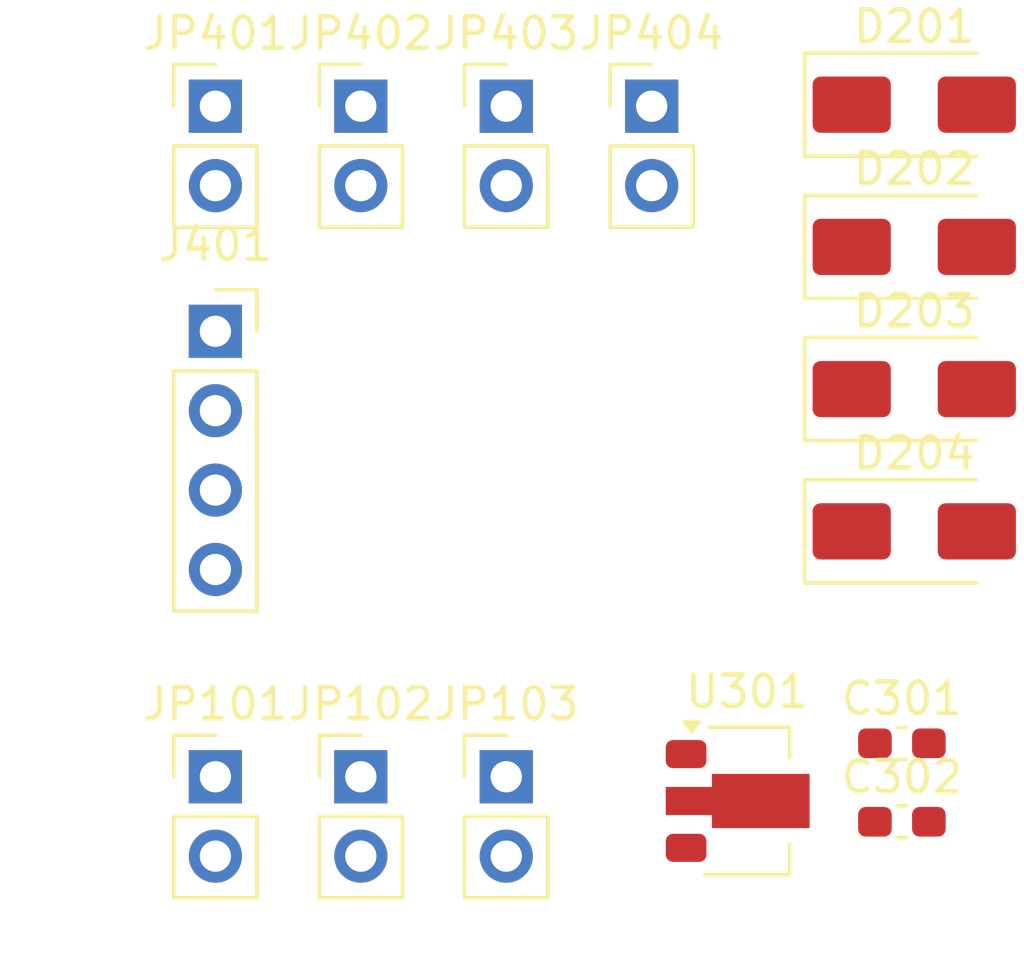
<source format=kicad_pcb>
(kicad_pcb (version 20240108) (generator "pcbnew") (generator_version "8.0")
  (layers (0 "F.Cu" signal) (31 "B.Cu" signal) (34 "B.Paste" user) (35 "F.Paste" user) (36 "B.SilkS" user "B.Silkscreen") (37 "F.SilkS" user "F.Silkscreen") (38 "B.Mask" user) (39 "F.Mask" user) (44 "Edge.Cuts" user))
  (net 0 "")
  (net 1 "+U")
  (net 2 "GND")
  (net 3 "+3V3")
  (net 4 "/rails_power_ac-dc-bridge-medium-test/J_GND")
  (net 5 "/rails_power_ac-dc-bridge-medium-test/J_AC0")
  (net 6 "/rails_power_ac-dc-bridge-medium-test/J_U+")
  (net 7 "/rails_power_ac-dc-bridge-medium-test/J_AC1")
  (net 8 "/rails_power_dc-dc-ldo-3v3_100mA-test/AC1")
  (net 9 "/AC0")
  (net 10 "/AC1")
  (footprint "Connector_PinHeader_2.54mm:PinHeader_1x02_P2.54mm_Vertical" (layer "F.Cu") (at 85.2645 75.522)
    (property "Reference" "JP101" (at 0 -2.33 0) (layer "F.SilkS"))
    (property "Value" "Jumper_2_Bridged")
    (fp_line (start -1.33 -1.33) (end 0 -1.33) (stroke (width 0.12)) (layer "F.SilkS"))
    (fp_line (start -1.33 0) (end -1.33 -1.33) (stroke (width 0.12)) (layer "F.SilkS"))
    (fp_line (start -1.33 1.27) (end -1.33 3.87) (stroke (width 0.12)) (layer "F.SilkS"))
    (fp_line (start -1.33 1.27) (end 1.33 1.27) (stroke (width 0.12)) (layer "F.SilkS"))
    (fp_line (start -1.33 3.87) (end 1.33 3.87) (stroke (width 0.12)) (layer "F.SilkS"))
    (fp_line (start 1.33 1.27) (end 1.33 3.87) (stroke (width 0.12)) (layer "F.SilkS"))
    (pad "1" thru_hole rect (at 0 0) (size 1.7 1.7) (drill 1) (layers "*.Cu" "*.Mask") (net 8 "/rails_power_dc-dc-ldo-3v3_100mA-test/AC1"))
    (pad "2" thru_hole oval (at 0 2.54) (size 1.7 1.7) (drill 1) (layers "*.Cu" "*.Mask") (net 3 "+3V3"))
  )
  (footprint "Connector_PinHeader_2.54mm:PinHeader_1x02_P2.54mm_Vertical" (layer "F.Cu") (at 85.2645 54.072)
    (property "Reference" "JP401" (at 0 -2.33 0) (layer "F.SilkS"))
    (property "Value" "Jumper_2_Bridged")
    (fp_line (start -1.33 -1.33) (end 0 -1.33) (stroke (width 0.12)) (layer "F.SilkS"))
    (fp_line (start -1.33 0) (end -1.33 -1.33) (stroke (width 0.12)) (layer "F.SilkS"))
    (fp_line (start -1.33 1.27) (end -1.33 3.87) (stroke (width 0.12)) (layer "F.SilkS"))
    (fp_line (start -1.33 1.27) (end 1.33 1.27) (stroke (width 0.12)) (layer "F.SilkS"))
    (fp_line (start -1.33 3.87) (end 1.33 3.87) (stroke (width 0.12)) (layer "F.SilkS"))
    (fp_line (start 1.33 1.27) (end 1.33 3.87) (stroke (width 0.12)) (layer "F.SilkS"))
    (pad "1" thru_hole rect (at 0 0) (size 1.7 1.7) (drill 1) (layers "*.Cu" "*.Mask") (net 9 "/AC0"))
    (pad "2" thru_hole oval (at 0 2.54) (size 1.7 1.7) (drill 1) (layers "*.Cu" "*.Mask") (net 5 "/rails_power_ac-dc-bridge-medium-test/J_AC0"))
  )
  (footprint "Package_TO_SOT_SMD:SOT-89-3" (layer "F.Cu") (at 102.2645 76.297)
    (property "Reference" "U301" (at 0 -3.5 0) (layer "F.SilkS"))
    (property "Value" "HT75xx-1-SOT89")
    (fp_line (start -1.22 -2.36) (end 1.36 -2.36) (stroke (width 0.12)) (layer "F.SilkS"))
    (fp_line (start 1.36 -1.38) (end 1.36 -2.36) (stroke (width 0.12)) (layer "F.SilkS"))
    (fp_line (start 1.36 1.38) (end 1.36 2.36) (stroke (width 0.12)) (layer "F.SilkS"))
    (fp_line (start 1.36 2.36) (end -1.36 2.36) (stroke (width 0.12)) (layer "F.SilkS"))
    (fp_poly (pts (xy -1.77 -2.21) (xy -2.01 -2.54) (xy -1.53 -2.54) (xy -1.77 -2.21)) (stroke (width 0.12)) (fill solid) (layer "F.SilkS"))
    (pad "1" smd roundrect (at -1.95 -1.5) (size 1.3 0.9) (layers "F.Cu" "F.Paste" "F.Mask") (net 2 "GND"))
    (pad "2" smd custom (at -1.8625 0) (size 1.475 0.9) (layers "F.Cu" "F.Paste" "F.Mask") (net 1 "+U") (options (clearance outline) (anchor rect)) (primitives (gr_poly (pts (xy 3.8625 0.8665) (xy 0.7375 0.8665) (xy 0.7375 -0.8665) (xy 3.8625 -0.8665)) (width 0) (fill yes))))
    (pad "3" smd roundrect (at -1.95 1.5) (size 1.3 0.9) (layers "F.Cu" "F.Paste" "F.Mask") (net 3 "+3V3"))
  )
  (footprint "Diode_SMD:D_SMA" (layer "F.Cu") (at 107.6095 67.672)
    (property "Reference" "D204" (at 0 -2.5 0) (layer "F.SilkS"))
    (property "Value" "SS14")
    (fp_line (start -3.51 -1.65) (end -3.51 1.65) (stroke (width 0.12)) (layer "F.SilkS"))
    (fp_line (start -3.51 -1.65) (end 2 -1.65) (stroke (width 0.12)) (layer "F.SilkS"))
    (fp_line (start -3.51 1.65) (end 2 1.65) (stroke (width 0.12)) (layer "F.SilkS"))
    (pad "1" smd roundrect (at -2 0) (size 2.5 1.8) (layers "F.Cu" "F.Paste" "F.Mask") (roundrect_rratio 0.1388888889) (net 6 "/rails_power_ac-dc-bridge-medium-test/J_U+"))
    (pad "2" smd roundrect (at 2 0) (size 2.5 1.8) (layers "F.Cu" "F.Paste" "F.Mask") (roundrect_rratio 0.1388888889) (net 7 "/rails_power_ac-dc-bridge-medium-test/J_AC1"))
  )
  (footprint "Connector_PinHeader_2.54mm:PinHeader_1x02_P2.54mm_Vertical" (layer "F.Cu") (at 99.2145 54.072)
    (property "Reference" "JP404" (at 0 -2.33 0) (layer "F.SilkS"))
    (property "Value" "Jumper_2_Bridged")
    (fp_line (start -1.33 -1.33) (end 0 -1.33) (stroke (width 0.12)) (layer "F.SilkS"))
    (fp_line (start -1.33 0) (end -1.33 -1.33) (stroke (width 0.12)) (layer "F.SilkS"))
    (fp_line (start -1.33 1.27) (end -1.33 3.87) (stroke (width 0.12)) (layer "F.SilkS"))
    (fp_line (start -1.33 1.27) (end 1.33 1.27) (stroke (width 0.12)) (layer "F.SilkS"))
    (fp_line (start -1.33 3.87) (end 1.33 3.87) (stroke (width 0.12)) (layer "F.SilkS"))
    (fp_line (start 1.33 1.27) (end 1.33 3.87) (stroke (width 0.12)) (layer "F.SilkS"))
    (pad "1" thru_hole rect (at 0 0) (size 1.7 1.7) (drill 1) (layers "*.Cu" "*.Mask") (net 2 "GND"))
    (pad "2" thru_hole oval (at 0 2.54) (size 1.7 1.7) (drill 1) (layers "*.Cu" "*.Mask") (net 4 "/rails_power_ac-dc-bridge-medium-test/J_GND"))
  )
  (footprint "Connector_PinHeader_2.54mm:PinHeader_1x02_P2.54mm_Vertical" (layer "F.Cu") (at 94.5645 75.522)
    (property "Reference" "JP103" (at 0 -2.33 0) (layer "F.SilkS"))
    (property "Value" "Jumper_2_Bridged")
    (fp_line (start -1.33 -1.33) (end 0 -1.33) (stroke (width 0.12)) (layer "F.SilkS"))
    (fp_line (start -1.33 0) (end -1.33 -1.33) (stroke (width 0.12)) (layer "F.SilkS"))
    (fp_line (start -1.33 1.27) (end -1.33 3.87) (stroke (width 0.12)) (layer "F.SilkS"))
    (fp_line (start -1.33 1.27) (end 1.33 1.27) (stroke (width 0.12)) (layer "F.SilkS"))
    (fp_line (start -1.33 3.87) (end 1.33 3.87) (stroke (width 0.12)) (layer "F.SilkS"))
    (fp_line (start 1.33 1.27) (end 1.33 3.87) (stroke (width 0.12)) (layer "F.SilkS"))
    (pad "1" thru_hole rect (at 0 0) (size 1.7 1.7) (drill 1) (layers "*.Cu" "*.Mask") (net 2 "GND"))
    (pad "2" thru_hole oval (at 0 2.54) (size 1.7 1.7) (drill 1) (layers "*.Cu" "*.Mask") (net 2 "GND"))
  )
  (footprint "Diode_SMD:D_SMA" (layer "F.Cu") (at 107.6095 58.572)
    (property "Reference" "D202" (at 0 -2.5 0) (layer "F.SilkS"))
    (property "Value" "SS14")
    (fp_line (start -3.51 -1.65) (end -3.51 1.65) (stroke (width 0.12)) (layer "F.SilkS"))
    (fp_line (start -3.51 -1.65) (end 2 -1.65) (stroke (width 0.12)) (layer "F.SilkS"))
    (fp_line (start -3.51 1.65) (end 2 1.65) (stroke (width 0.12)) (layer "F.SilkS"))
    (pad "1" smd roundrect (at -2 0) (size 2.5 1.8) (layers "F.Cu" "F.Paste" "F.Mask") (roundrect_rratio 0.1388888889) (net 6 "/rails_power_ac-dc-bridge-medium-test/J_U+"))
    (pad "2" smd roundrect (at 2 0) (size 2.5 1.8) (layers "F.Cu" "F.Paste" "F.Mask") (roundrect_rratio 0.1388888889) (net 5 "/rails_power_ac-dc-bridge-medium-test/J_AC0"))
  )
  (footprint "Connector_PinHeader_2.54mm:PinHeader_1x02_P2.54mm_Vertical" (layer "F.Cu") (at 94.5645 54.072)
    (property "Reference" "JP403" (at 0 -2.33 0) (layer "F.SilkS"))
    (property "Value" "Jumper_2_Bridged")
    (fp_line (start -1.33 -1.33) (end 0 -1.33) (stroke (width 0.12)) (layer "F.SilkS"))
    (fp_line (start -1.33 0) (end -1.33 -1.33) (stroke (width 0.12)) (layer "F.SilkS"))
    (fp_line (start -1.33 1.27) (end -1.33 3.87) (stroke (width 0.12)) (layer "F.SilkS"))
    (fp_line (start -1.33 1.27) (end 1.33 1.27) (stroke (width 0.12)) (layer "F.SilkS"))
    (fp_line (start -1.33 3.87) (end 1.33 3.87) (stroke (width 0.12)) (layer "F.SilkS"))
    (fp_line (start 1.33 1.27) (end 1.33 3.87) (stroke (width 0.12)) (layer "F.SilkS"))
    (pad "1" thru_hole rect (at 0 0) (size 1.7 1.7) (drill 1) (layers "*.Cu" "*.Mask") (net 1 "+U"))
    (pad "2" thru_hole oval (at 0 2.54) (size 1.7 1.7) (drill 1) (layers "*.Cu" "*.Mask") (net 6 "/rails_power_ac-dc-bridge-medium-test/J_U+"))
  )
  (footprint "Connector_PinHeader_2.54mm:PinHeader_1x02_P2.54mm_Vertical" (layer "F.Cu") (at 89.9145 75.522)
    (property "Reference" "JP102" (at 0 -2.33 0) (layer "F.SilkS"))
    (property "Value" "Jumper_2_Bridged")
    (fp_line (start -1.33 -1.33) (end 0 -1.33) (stroke (width 0.12)) (layer "F.SilkS"))
    (fp_line (start -1.33 0) (end -1.33 -1.33) (stroke (width 0.12)) (layer "F.SilkS"))
    (fp_line (start -1.33 1.27) (end -1.33 3.87) (stroke (width 0.12)) (layer "F.SilkS"))
    (fp_line (start -1.33 1.27) (end 1.33 1.27) (stroke (width 0.12)) (layer "F.SilkS"))
    (fp_line (start -1.33 3.87) (end 1.33 3.87) (stroke (width 0.12)) (layer "F.SilkS"))
    (fp_line (start 1.33 1.27) (end 1.33 3.87) (stroke (width 0.12)) (layer "F.SilkS"))
    (pad "1" thru_hole rect (at 0 0) (size 1.7 1.7) (drill 1) (layers "*.Cu" "*.Mask") (net 1 "+U"))
    (pad "2" thru_hole oval (at 0 2.54) (size 1.7 1.7) (drill 1) (layers "*.Cu" "*.Mask") (net 1 "+U"))
  )
  (footprint "Diode_SMD:D_SMA" (layer "F.Cu") (at 107.6095 54.022)
    (property "Reference" "D201" (at 0 -2.5 0) (layer "F.SilkS"))
    (property "Value" "SS14")
    (fp_line (start -3.51 -1.65) (end -3.51 1.65) (stroke (width 0.12)) (layer "F.SilkS"))
    (fp_line (start -3.51 -1.65) (end 2 -1.65) (stroke (width 0.12)) (layer "F.SilkS"))
    (fp_line (start -3.51 1.65) (end 2 1.65) (stroke (width 0.12)) (layer "F.SilkS"))
    (pad "1" smd roundrect (at -2 0) (size 2.5 1.8) (layers "F.Cu" "F.Paste" "F.Mask") (roundrect_rratio 0.1388888889) (net 5 "/rails_power_ac-dc-bridge-medium-test/J_AC0"))
    (pad "2" smd roundrect (at 2 0) (size 2.5 1.8) (layers "F.Cu" "F.Paste" "F.Mask") (roundrect_rratio 0.1388888889) (net 4 "/rails_power_ac-dc-bridge-medium-test/J_GND"))
  )
  (footprint "Connector_PinSocket_2.54mm:PinSocket_1x04_P2.54mm_Vertical" (layer "F.Cu") (at 85.2645 61.272)
    (property "Reference" "J401" (at 0 -2.77 0) (layer "F.SilkS"))
    (property "Value" "Conn_01x04")
    (fp_line (start -1.33 1.27) (end -1.33 8.95) (stroke (width 0.12)) (layer "F.SilkS"))
    (fp_line (start -1.33 1.27) (end 1.33 1.27) (stroke (width 0.12)) (layer "F.SilkS"))
    (fp_line (start -1.33 8.95) (end 1.33 8.95) (stroke (width 0.12)) (layer "F.SilkS"))
    (fp_line (start 0 -1.33) (end 1.33 -1.33) (stroke (width 0.12)) (layer "F.SilkS"))
    (fp_line (start 1.33 -1.33) (end 1.33 0) (stroke (width 0.12)) (layer "F.SilkS"))
    (fp_line (start 1.33 1.27) (end 1.33 8.95) (stroke (width 0.12)) (layer "F.SilkS"))
    (pad "1" thru_hole rect (at 0 0) (size 1.7 1.7) (drill 1) (layers "*.Cu" "*.Mask") (net 5 "/rails_power_ac-dc-bridge-medium-test/J_AC0"))
    (pad "2" thru_hole oval (at 0 2.54) (size 1.7 1.7) (drill 1) (layers "*.Cu" "*.Mask") (net 7 "/rails_power_ac-dc-bridge-medium-test/J_AC1"))
    (pad "3" thru_hole oval (at 0 5.08) (size 1.7 1.7) (drill 1) (layers "*.Cu" "*.Mask") (net 6 "/rails_power_ac-dc-bridge-medium-test/J_U+"))
    (pad "4" thru_hole oval (at 0 7.62) (size 1.7 1.7) (drill 1) (layers "*.Cu" "*.Mask") (net 4 "/rails_power_ac-dc-bridge-medium-test/J_GND"))
  )
  (footprint "Connector_PinHeader_2.54mm:PinHeader_1x02_P2.54mm_Vertical" (layer "F.Cu") (at 89.9145 54.072)
    (property "Reference" "JP402" (at 0 -2.33 0) (layer "F.SilkS"))
    (property "Value" "Jumper_2_Bridged")
    (fp_line (start -1.33 -1.33) (end 0 -1.33) (stroke (width 0.12)) (layer "F.SilkS"))
    (fp_line (start -1.33 0) (end -1.33 -1.33) (stroke (width 0.12)) (layer "F.SilkS"))
    (fp_line (start -1.33 1.27) (end -1.33 3.87) (stroke (width 0.12)) (layer "F.SilkS"))
    (fp_line (start -1.33 1.27) (end 1.33 1.27) (stroke (width 0.12)) (layer "F.SilkS"))
    (fp_line (start -1.33 3.87) (end 1.33 3.87) (stroke (width 0.12)) (layer "F.SilkS"))
    (fp_line (start 1.33 1.27) (end 1.33 3.87) (stroke (width 0.12)) (layer "F.SilkS"))
    (pad "1" thru_hole rect (at 0 0) (size 1.7 1.7) (drill 1) (layers "*.Cu" "*.Mask") (net 10 "/AC1"))
    (pad "2" thru_hole oval (at 0 2.54) (size 1.7 1.7) (drill 1) (layers "*.Cu" "*.Mask") (net 7 "/rails_power_ac-dc-bridge-medium-test/J_AC1"))
  )
  (footprint "Capacitor_SMD:C_0603_1608Metric_Pad1.08x0.95mm_HandSolder" (layer "F.Cu") (at 107.2145 76.962)
    (property "Reference" "C302" (at 0 -1.43 0) (layer "F.SilkS"))
    (property "Value" "47uF")
    (fp_line (start -0.146267 -0.51) (end 0.146267 -0.51) (stroke (width 0.12)) (layer "F.SilkS"))
    (fp_line (start -0.146267 0.51) (end 0.146267 0.51) (stroke (width 0.12)) (layer "F.SilkS"))
    (pad "1" smd roundrect (at -0.8625 0) (size 1.075 0.95) (layers "F.Cu" "F.Paste" "F.Mask") (net 3 "+3V3"))
    (pad "2" smd roundrect (at 0.8625 0) (size 1.075 0.95) (layers "F.Cu" "F.Paste" "F.Mask") (net 2 "GND"))
  )
  (footprint "Capacitor_SMD:C_0603_1608Metric_Pad1.08x0.95mm_HandSolder" (layer "F.Cu") (at 107.2145 74.452)
    (property "Reference" "C301" (at 0 -1.43 0) (layer "F.SilkS"))
    (property "Value" "1u")
    (fp_line (start -0.146267 -0.51) (end 0.146267 -0.51) (stroke (width 0.12)) (layer "F.SilkS"))
    (fp_line (start -0.146267 0.51) (end 0.146267 0.51) (stroke (width 0.12)) (layer "F.SilkS"))
    (pad "1" smd roundrect (at -0.8625 0) (size 1.075 0.95) (layers "F.Cu" "F.Paste" "F.Mask") (net 1 "+U"))
    (pad "2" smd roundrect (at 0.8625 0) (size 1.075 0.95) (layers "F.Cu" "F.Paste" "F.Mask") (net 2 "GND"))
  )
  (footprint "Diode_SMD:D_SMA" (layer "F.Cu") (at 107.6095 63.122)
    (property "Reference" "D203" (at 0 -2.5 0) (layer "F.SilkS"))
    (property "Value" "SS14")
    (fp_line (start -3.51 -1.65) (end -3.51 1.65) (stroke (width 0.12)) (layer "F.SilkS"))
    (fp_line (start -3.51 -1.65) (end 2 -1.65) (stroke (width 0.12)) (layer "F.SilkS"))
    (fp_line (start -3.51 1.65) (end 2 1.65) (stroke (width 0.12)) (layer "F.SilkS"))
    (pad "1" smd roundrect (at -2 0) (size 2.5 1.8) (layers "F.Cu" "F.Paste" "F.Mask") (roundrect_rratio 0.1388888889) (net 7 "/rails_power_ac-dc-bridge-medium-test/J_AC1"))
    (pad "2" smd roundrect (at 2 0) (size 2.5 1.8) (layers "F.Cu" "F.Paste" "F.Mask") (roundrect_rratio 0.1388888889) (net 4 "/rails_power_ac-dc-bridge-medium-test/J_GND"))
  )
)
</source>
